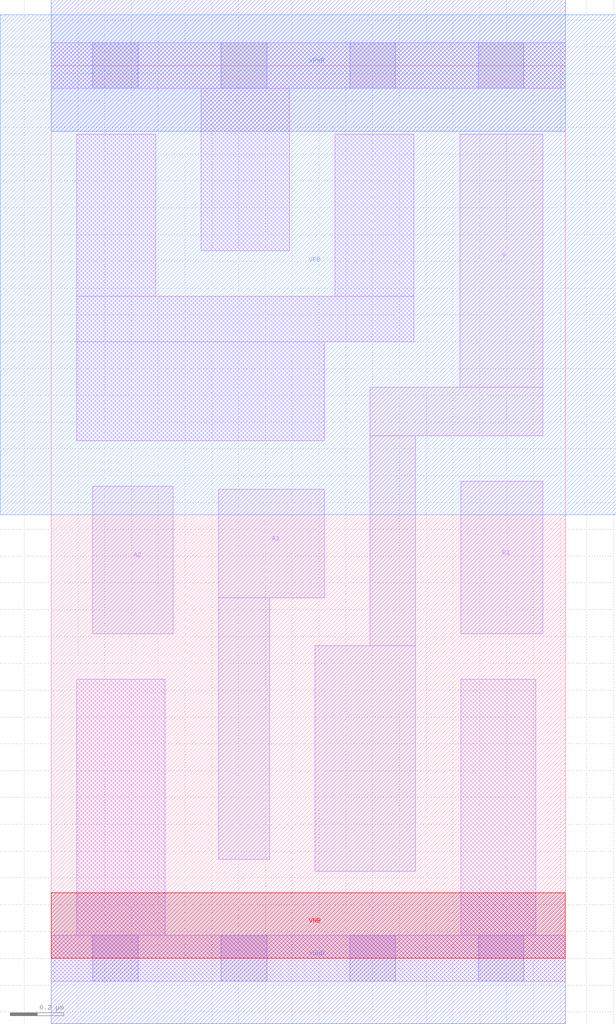
<source format=lef>
# Copyright 2020 The SkyWater PDK Authors
#
# Licensed under the Apache License, Version 2.0 (the "License");
# you may not use this file except in compliance with the License.
# You may obtain a copy of the License at
#
#     https://www.apache.org/licenses/LICENSE-2.0
#
# Unless required by applicable law or agreed to in writing, software
# distributed under the License is distributed on an "AS IS" BASIS,
# WITHOUT WARRANTIES OR CONDITIONS OF ANY KIND, either express or implied.
# See the License for the specific language governing permissions and
# limitations under the License.
#
# SPDX-License-Identifier: Apache-2.0

VERSION 5.7 ;
  NOWIREEXTENSIONATPIN ON ;
  DIVIDERCHAR "/" ;
  BUSBITCHARS "[]" ;
MACRO sky130_fd_sc_lp__a21oi_1
  CLASS CORE ;
  FOREIGN sky130_fd_sc_lp__a21oi_1 ;
  ORIGIN  0.000000  0.000000 ;
  SIZE  1.920000 BY  3.330000 ;
  SYMMETRY X Y R90 ;
  SITE unit ;
  PIN A1
    ANTENNAGATEAREA  0.315000 ;
    DIRECTION INPUT ;
    USE SIGNAL ;
    PORT
      LAYER li1 ;
        RECT 0.625000 0.370000 0.815000 1.345000 ;
        RECT 0.625000 1.345000 1.020000 1.750000 ;
    END
  END A1
  PIN A2
    ANTENNAGATEAREA  0.315000 ;
    DIRECTION INPUT ;
    USE SIGNAL ;
    PORT
      LAYER li1 ;
        RECT 0.155000 1.210000 0.455000 1.760000 ;
    END
  END A2
  PIN B1
    ANTENNAGATEAREA  0.315000 ;
    DIRECTION INPUT ;
    USE SIGNAL ;
    PORT
      LAYER li1 ;
        RECT 1.530000 1.210000 1.835000 1.780000 ;
    END
  END B1
  PIN Y
    ANTENNADIFFAREA  0.661500 ;
    DIRECTION OUTPUT ;
    USE SIGNAL ;
    PORT
      LAYER li1 ;
        RECT 0.985000 0.325000 1.360000 1.165000 ;
        RECT 1.190000 1.165000 1.360000 1.950000 ;
        RECT 1.190000 1.950000 1.835000 2.130000 ;
        RECT 1.525000 2.130000 1.835000 3.075000 ;
    END
  END Y
  PIN VGND
    DIRECTION INOUT ;
    USE GROUND ;
    PORT
      LAYER met1 ;
        RECT 0.000000 -0.245000 1.920000 0.245000 ;
    END
  END VGND
  PIN VNB
    DIRECTION INOUT ;
    USE GROUND ;
    PORT
      LAYER pwell ;
        RECT 0.000000 0.000000 1.920000 0.245000 ;
    END
  END VNB
  PIN VPB
    DIRECTION INOUT ;
    USE POWER ;
    PORT
      LAYER nwell ;
        RECT -0.190000 1.655000 2.110000 3.520000 ;
    END
  END VPB
  PIN VPWR
    DIRECTION INOUT ;
    USE POWER ;
    PORT
      LAYER met1 ;
        RECT 0.000000 3.085000 1.920000 3.575000 ;
    END
  END VPWR
  OBS
    LAYER li1 ;
      RECT 0.000000 -0.085000 1.920000 0.085000 ;
      RECT 0.000000  3.245000 1.920000 3.415000 ;
      RECT 0.095000  0.085000 0.425000 1.040000 ;
      RECT 0.095000  1.930000 1.020000 2.300000 ;
      RECT 0.095000  2.300000 1.355000 2.470000 ;
      RECT 0.095000  2.470000 0.390000 3.075000 ;
      RECT 0.560000  2.640000 0.890000 3.245000 ;
      RECT 1.060000  2.470000 1.355000 3.075000 ;
      RECT 1.530000  0.085000 1.810000 1.040000 ;
    LAYER mcon ;
      RECT 0.155000 -0.085000 0.325000 0.085000 ;
      RECT 0.155000  3.245000 0.325000 3.415000 ;
      RECT 0.635000 -0.085000 0.805000 0.085000 ;
      RECT 0.635000  3.245000 0.805000 3.415000 ;
      RECT 1.115000 -0.085000 1.285000 0.085000 ;
      RECT 1.115000  3.245000 1.285000 3.415000 ;
      RECT 1.595000 -0.085000 1.765000 0.085000 ;
      RECT 1.595000  3.245000 1.765000 3.415000 ;
  END
END sky130_fd_sc_lp__a21oi_1
END LIBRARY

</source>
